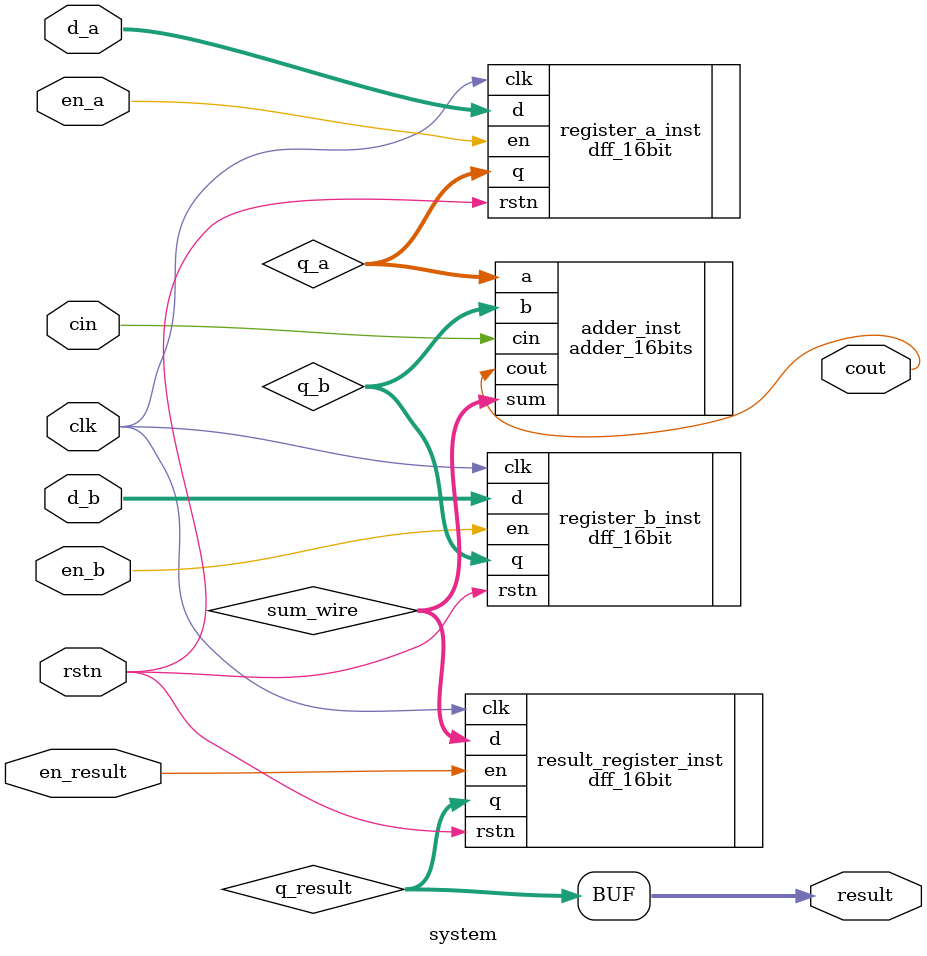
<source format=v>
module system (
    // 寄存器输入端口
    input      [15:0] d_a,      // 操作数A输入
    input      [15:0] d_b,      // 操作数B输入
    input             clk,
    input             rstn,
    input             en_a,      // A寄存器使能
    input             en_b,      // B寄存器使能
    input             en_result, // 新增：结果寄存器使能
    
    // 加法器其他输入端口
    input             cin,
    
    // 系统输出端口
    output     [15:0] result,    // 改为：存储的结果输出
    output            cout
);
    
    // 内部连线
    wire [15:0] q_a;      // 寄存器A输出
    wire [15:0] q_b;      // 寄存器B输出
    wire [15:0] sum_wire; // 加法器直接输出
    wire [15:0] q_result; // 结果寄存器输出
    
    // 1. 实例化第一个16位寄存器（操作数A）
    dff_16bit register_a_inst (
        .d   (d_a),
        .clk (clk),
        .rstn(rstn),
        .en  (en_a),
        .q   (q_a)
    );
    
    // 2. 实例化第二个16位寄存器（操作数B）
    dff_16bit register_b_inst (
        .d   (d_b),
        .clk (clk),
        .rstn(rstn),
        .en  (en_b),
        .q   (q_b)
    );
    
    // 3. 实例化16位加法器
    adder_16bits adder_inst (
        .a   (q_a),
        .b   (q_b),
        .cin (cin),
        .sum (sum_wire),      // 连接到中间线
        .cout(cout)
    );
    
    // 4. 实例化第三个16位寄存器（存储结果）
    dff_16bit result_register_inst (
        .d   (sum_wire),      
        .clk (clk),
        .rstn(rstn),
        .en  (en_result),     
        .q   (q_result)       
    );

    assign result = q_result;
    
endmodule
</source>
